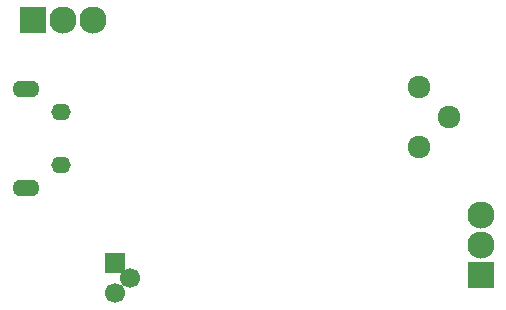
<source format=gbr>
G04 #@! TF.GenerationSoftware,KiCad,Pcbnew,(5.0.0-rc3-dev)*
G04 #@! TF.CreationDate,2019-03-09T22:11:36+00:00*
G04 #@! TF.ProjectId,zener-rng,7A656E65722D726E672E6B696361645F,1.0*
G04 #@! TF.SameCoordinates,Original*
G04 #@! TF.FileFunction,Soldermask,Bot*
G04 #@! TF.FilePolarity,Negative*
%FSLAX46Y46*%
G04 Gerber Fmt 4.6, Leading zero omitted, Abs format (unit mm)*
G04 Created by KiCad (PCBNEW (5.0.0-rc3-dev)) date 03/09/19 22:11:36*
%MOMM*%
%LPD*%
G01*
G04 APERTURE LIST*
%ADD10O,1.650000X1.400000*%
%ADD11O,2.300000X1.400000*%
%ADD12C,2.300000*%
%ADD13R,2.300000X2.300000*%
%ADD14C,1.700000*%
%ADD15R,1.700000X1.700000*%
%ADD16C,1.924000*%
G04 APERTURE END LIST*
D10*
G04 #@! TO.C,J1*
X84450000Y-130225000D03*
X84450000Y-125775000D03*
D11*
X81450000Y-132175000D03*
X81450000Y-123825000D03*
G04 #@! TD*
D12*
G04 #@! TO.C,J2*
X87140000Y-118000000D03*
X84600000Y-118000000D03*
D13*
X82060000Y-118000000D03*
G04 #@! TD*
D12*
G04 #@! TO.C,J3*
X120000000Y-134460000D03*
X120000000Y-137000000D03*
D13*
X120000000Y-139540000D03*
G04 #@! TD*
D14*
G04 #@! TO.C,Q1*
X90270000Y-139770000D03*
X89000000Y-141040000D03*
D15*
X89000000Y-138500000D03*
G04 #@! TD*
D16*
G04 #@! TO.C,R15*
X114730000Y-123660000D03*
X117270000Y-126200000D03*
X114730000Y-128740000D03*
G04 #@! TD*
M02*

</source>
